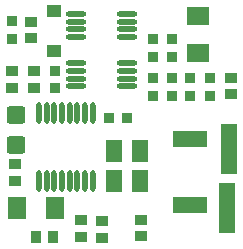
<source format=gts>
G04 Layer: TopSolderMaskLayer*
G04 EasyEDA Pro v1.9.26, 2022-12-23 16:49:17*
G04 Gerber Generator version 0.3*
G04 Scale: 100 percent, Rotated: No, Reflected: No*
G04 Dimensions in millimeters*
G04 Leading zeros omitted, absolute positions, 3 integers and 3 decimals*
%FSLAX33Y33*%
%MOMM*%
%AMPolygonMacro1*4,1,14,-0.696842,-0.691842,-0.7266,-0.62,-0.7266,-0.62,-0.7266,0.62,-0.696842,0.691842,-0.625,0.7216,0.625,0.7216,0.696842,0.691842,0.7266,0.62,0.7266,0.62,0.7266,-0.62,0.696842,-0.691842,0.625,-0.7216,-0.625,-0.7216,-0.696842,-0.691842,0*%
%AMPolygonMacro2*4,1,15,-0.671842,-2.071842,-0.7016,-2.0,-0.7016,-2.0,-0.7016,2.0,-0.671842,2.071842,-0.6,2.1016,0.6,2.1016,0.671842,2.071842,0.7016,2.0,0.7016,2.0,0.7016,-2.0,0.671842,-2.071842,0.6,-2.1016,0.6,-2.1016,-0.6,-2.1016,-0.671842,-2.071842,0*%
%AMPolygonMacro3*4,1,14,-0.671842,-2.071842,-0.7016,-2.0,-0.7016,-2.0,-0.7016,2.0,-0.671842,2.071842,-0.6,2.1016,0.6,2.1016,0.671842,2.071842,0.7016,2.0,0.7016,2.0,0.7016,-2.0,0.671842,-2.071842,0.6,-2.1016,-0.6,-2.1016,-0.671842,-2.071842,0*%
%ADD10R,0.901598X1.001598*%
%ADD11O,0.444602X1.833093*%
%ADD12R,1.001598X0.901598*%
%ADD13R,1.001598X0.901598*%
%ADD14R,0.908075X0.965606*%
%ADD15R,1.401597X1.901596*%
%ADD16R,1.401597X1.901596*%
%ADD17R,0.965606X0.908075*%
%ADD18R,1.25161X1.051611*%
%ADD19R,0.965606X0.908075*%
%ADD20R,1.829587X1.586611*%
%ADD21R,1.586611X1.829587*%
%ADD22R,2.999994X1.449997*%
%ADD23R,0.908075X0.965606*%
%ADD24O,1.793596X0.465607*%
%ADD25PolygonMacro1*%
%ADD26PolygonMacro2*%
%ADD27PolygonMacro3*%
G75*


G04 Pad Start*
G54D10*
G01X6034Y-19431D03*
G01X4634Y-19431D03*
G54D11*
G01X4837Y-14677D03*
G01X5487Y-14677D03*
G01X6137Y-14677D03*
G01X6787Y-14677D03*
G01X7437Y-14677D03*
G01X8087Y-14677D03*
G01X8737Y-14677D03*
G01X9387Y-14677D03*
G01X4837Y-8945D03*
G01X5487Y-8945D03*
G01X6137Y-8945D03*
G01X6787Y-8945D03*
G01X7437Y-8945D03*
G01X8087Y-8945D03*
G01X8737Y-8945D03*
G01X9387Y-8945D03*
G54D12*
G01X2794Y-13270D03*
G01X2794Y-14670D03*
G54D13*
G01X10160Y-19496D03*
G01X10160Y-18096D03*
G54D12*
G01X13462Y-17969D03*
G01X13462Y-19369D03*
G54D14*
G01X10804Y-9398D03*
G01X12310Y-9398D03*
G54D15*
G01X13419Y-12192D03*
G54D16*
G01X13419Y-14732D03*
G54D15*
G01X11219Y-14732D03*
G01X11219Y-12192D03*
G54D13*
G01X4445Y-6796D03*
G01X4445Y-5396D03*
G54D17*
G01X6223Y-5343D03*
G01X6223Y-6849D03*
G01X19304Y-5969D03*
G01X19304Y-7476D03*
G54D18*
G01X6096Y-340D03*
G01X6096Y-3724D03*
G54D19*
G01X2540Y-2658D03*
G01X2540Y-1152D03*
G54D12*
G01X8382Y-18031D03*
G01X8382Y-19431D03*
G54D20*
G01X18288Y-3879D03*
G01X18288Y-693D03*
G54D21*
G01X6165Y-17018D03*
G01X2979Y-17018D03*
G54D22*
G01X17653Y-11176D03*
G01X17653Y-16726D03*
G54D19*
G01X14478Y-7476D03*
G01X14478Y-5969D03*
G54D23*
G01X17653Y-7493D03*
G01X16146Y-7493D03*
G54D24*
G01X8014Y-549D03*
G01X8014Y-1199D03*
G01X8014Y-1849D03*
G01X8014Y-2499D03*
G01X12306Y-549D03*
G01X12306Y-1199D03*
G01X12306Y-1849D03*
G01X12306Y-2499D03*
G01X12306Y-6690D03*
G01X12306Y-6040D03*
G01X12306Y-5390D03*
G01X12306Y-4740D03*
G01X8014Y-6690D03*
G01X8014Y-6040D03*
G01X8014Y-5390D03*
G01X8014Y-4740D03*
G54D13*
G01X4191Y-2605D03*
G01X4191Y-1205D03*
G54D14*
G01X16129Y-5969D03*
G01X17636Y-5969D03*
G54D12*
G01X21082Y-5966D03*
G01X21082Y-7366D03*
G54D19*
G01X16129Y-4191D03*
G01X16129Y-2684D03*
G54D17*
G01X14478Y-2684D03*
G01X14478Y-4191D03*
G54D13*
G01X2540Y-6799D03*
G01X2540Y-5399D03*
G54D25*
G01X2911Y-11633D03*
G01X2911Y-9129D03*
G54D26*
G01X20793Y-16970D03*
G54D27*
G01X20920Y-11970D03*
G04 Pad End*

M02*

</source>
